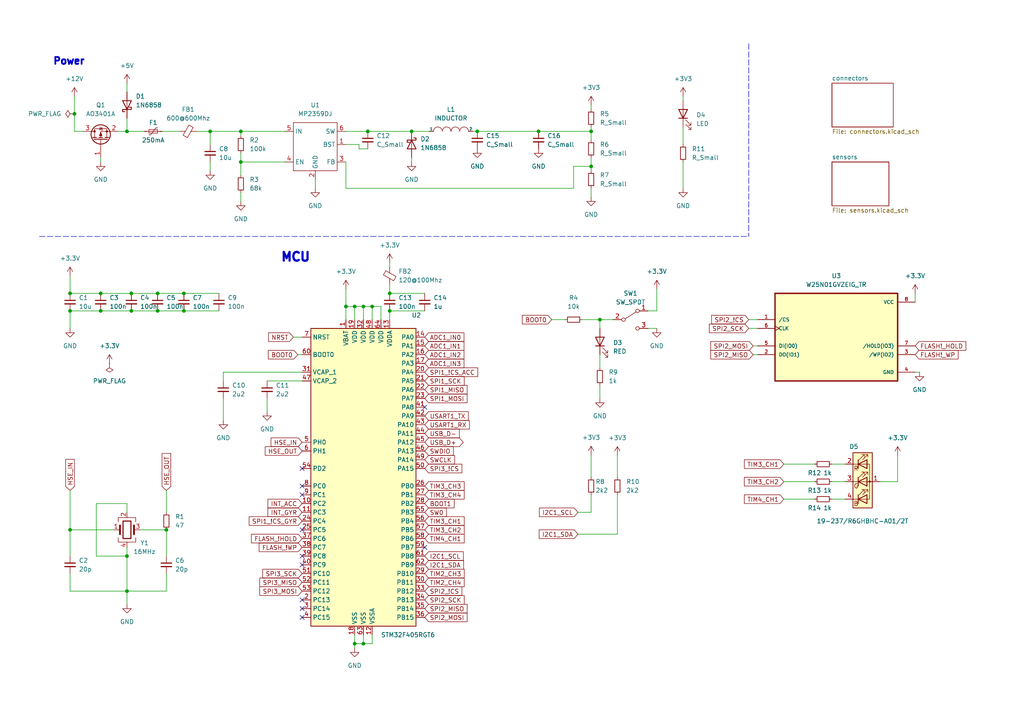
<source format=kicad_sch>
(kicad_sch (version 20211123) (generator eeschema)
  (paper "A4")
  (title_block (title "Stm32f405RGT6") (date "2022-07-19") (rev "1") (company "Amrith Harijayanthan") (comment 1 "Minimal dev board"))
  (lib_symbols
    (symbol "Buck Converter:MP2359DJ"
      (property "Reference" "U" (at -6.35 8.89 0))
      (property "Value" "MP2359DJ" (at 1.27 7.62 0))
      (symbol "MP2359DJ_0_1"
        (rectangle (start -6.35 6.35) (end 6.35 -7.62))
      )
      (symbol "MP2359DJ_1_1"
        (pin input line (at 8.89 0 180) (length 2.54) (name "BST") (number "1"))
        (pin input line (at 0 -10.16 90) (length 2.54) (name "GND") (number "2"))
        (pin input line (at 8.89 -5.08 180) (length 2.54) (name "FB") (number "3"))
        (pin input line (at -8.89 -5.08 0) (length 2.54) (name "EN") (number "4"))
        (pin input line (at -8.89 3.81 0) (length 2.54) (name "IN") (number "5"))
        (pin output line (at 8.89 3.81 180) (length 2.54) (name "SW") (number "6"))
      )
    )
    (symbol "Device:C_Small" (pin_numbers hide) (pin_names (offset 0.254) hide)
      (property "Reference" "C" (at 0.254 1.778 0))
      (property "Value" "C_Small" (at 0.254 -2.032 0))
      (symbol "C_Small_0_1"
        (polyline (pts (xy -1.524 -0.508) (xy 1.524 -0.508)) (stroke (width 0.3302)))
        (polyline (pts (xy -1.524 0.508) (xy 1.524 0.508)) (stroke (width 0.3048)))
      )
      (symbol "C_Small_1_1"
        (pin passive line (at 0 2.54 270) (length 2.032) (name "~") (number "1"))
        (pin passive line (at 0 -2.54 90) (length 2.032) (name "~") (number "2"))
      )
    )
    (symbol "Device:Crystal_GND24" (pin_names (offset 1.016) hide)
      (property "Reference" "Y" (at 3.175 5.08 0))
      (property "Value" "Crystal_GND24" (at 3.175 3.175 0))
      (symbol "Crystal_GND24_0_1"
        (rectangle (start -1.143 2.54) (end 1.143 -2.54) (stroke (width 0.3048)))
        (polyline (pts (xy -2.54 0) (xy -2.032 0)))
        (polyline (pts (xy -2.032 -1.27) (xy -2.032 1.27)) (stroke (width 0.508)))
        (polyline (pts (xy 0 -3.81) (xy 0 -3.556)))
        (polyline (pts (xy 0 3.556) (xy 0 3.81)))
        (polyline (pts (xy 2.032 -1.27) (xy 2.032 1.27)) (stroke (width 0.508)))
        (polyline (pts (xy 2.032 0) (xy 2.54 0)))
        (polyline (pts (xy -2.54 -2.286) (xy -2.54 -3.556) (xy 2.54 -3.556) (xy 2.54 -2.286)))
        (polyline (pts (xy -2.54 2.286) (xy -2.54 3.556) (xy 2.54 3.556) (xy 2.54 2.286)))
      )
      (symbol "Crystal_GND24_1_1"
        (pin passive line (at -3.81 0 0) (length 1.27) (name "1") (number "1"))
        (pin passive line (at 0 5.08 270) (length 1.27) (name "2") (number "2"))
        (pin passive line (at 3.81 0 180) (length 1.27) (name "3") (number "3"))
        (pin passive line (at 0 -5.08 90) (length 1.27) (name "4") (number "4"))
      )
    )
    (symbol "Device:FerriteBead_Small" (pin_numbers hide) (pin_names (offset 0))
      (property "Reference" "FB" (at 1.905 1.27 0))
      (property "Value" "FerriteBead_Small" (at 1.905 -1.27 0))
      (symbol "FerriteBead_Small_0_1"
        (polyline (pts (xy 0 -1.27) (xy 0 -0.7874)))
        (polyline (pts (xy 0 0.889) (xy 0 1.2954)))
        (polyline (pts (xy -1.8288 0.2794) (xy -1.1176 1.4986) (xy 1.8288 -0.2032) (xy 1.1176 -1.4224) (xy -1.8288 0.2794)))
      )
      (symbol "FerriteBead_Small_1_1"
        (pin passive line (at 0 2.54 270) (length 1.27) (name "~") (number "1"))
        (pin passive line (at 0 -2.54 90) (length 1.27) (name "~") (number "2"))
      )
    )
    (symbol "Device:LED" (pin_numbers hide) (pin_names (offset 1.016) hide)
      (property "Reference" "D" (at 0 2.54 0))
      (property "Value" "LED" (at 0 -2.54 0))
      (symbol "LED_0_1"
        (polyline (pts (xy -1.27 -1.27) (xy -1.27 1.27)) (stroke (width 0.254)))
        (polyline (pts (xy -1.27 0) (xy 1.27 0)))
        (polyline (pts (xy 1.27 -1.27) (xy 1.27 1.27) (xy -1.27 0) (xy 1.27 -1.27)) (stroke (width 0.254)))
        (polyline (pts (xy -3.048 -0.762) (xy -4.572 -2.286) (xy -3.81 -2.286) (xy -4.572 -2.286) (xy -4.572 -1.524)))
        (polyline (pts (xy -1.778 -0.762) (xy -3.302 -2.286) (xy -2.54 -2.286) (xy -3.302 -2.286) (xy -3.302 -1.524)))
      )
      (symbol "LED_1_1"
        (pin passive line (at -3.81 0 0) (length 2.54) (name "K") (number "1"))
        (pin passive line (at 3.81 0 180) (length 2.54) (name "A") (number "2"))
      )
    )
    (symbol "Device:LED_ARGB" (pin_names (offset 0) hide)
      (property "Reference" "D" (at 0 9.398 0))
      (property "Value" "LED_ARGB" (at 0 -8.89 0))
      (symbol "LED_ARGB_0_0"
        (text "B" (at -1.905 -6.35 0) (effects (font (size 1.27 1.27))))
        (text "G" (at -1.905 -1.27 0) (effects (font (size 1.27 1.27))))
        (text "R" (at -1.905 3.81 0) (effects (font (size 1.27 1.27))))
      )
      (symbol "LED_ARGB_0_1"
        (polyline (pts (xy -1.27 -5.08) (xy -2.54 -5.08)))
        (polyline (pts (xy -1.27 -5.08) (xy 1.27 -5.08)))
        (polyline (pts (xy -1.27 -3.81) (xy -1.27 -6.35)) (stroke (width 0.254)))
        (polyline (pts (xy -1.27 0) (xy -2.54 0)))
        (polyline (pts (xy -1.27 1.27) (xy -1.27 -1.27)) (stroke (width 0.254)))
        (polyline (pts (xy -1.27 5.08) (xy -2.54 5.08)))
        (polyline (pts (xy -1.27 5.08) (xy 1.27 5.08)))
        (polyline (pts (xy -1.27 6.35) (xy -1.27 3.81)) (stroke (width 0.254)))
        (polyline (pts (xy 1.27 0) (xy -1.27 0)))
        (polyline (pts (xy 1.27 0) (xy 2.54 0)))
        (polyline (pts (xy -1.27 1.27) (xy -1.27 -1.27) (xy -1.27 -1.27)))
        (polyline (pts (xy -1.27 6.35) (xy -1.27 3.81) (xy -1.27 3.81)))
        (polyline (pts (xy 1.27 -5.08) (xy 2.032 -5.08) (xy 2.032 5.08) (xy 1.27 5.08)))
        (polyline (pts (xy 1.27 -3.81) (xy 1.27 -6.35) (xy -1.27 -5.08) (xy 1.27 -3.81)) (stroke (width 0.254)))
        (polyline (pts (xy 1.27 1.27) (xy 1.27 -1.27) (xy -1.27 0) (xy 1.27 1.27)) (stroke (width 0.254)))
        (polyline (pts (xy 1.27 6.35) (xy 1.27 3.81) (xy -1.27 5.08) (xy 1.27 6.35)) (stroke (width 0.254)))
        (polyline (pts (xy -1.016 -3.81) (xy 0.508 -2.286) (xy -0.254 -2.286) (xy 0.508 -2.286) (xy 0.508 -3.048)))
        (polyline (pts (xy -1.016 1.27) (xy 0.508 2.794) (xy -0.254 2.794) (xy 0.508 2.794) (xy 0.508 2.032)))
        (polyline (pts (xy -1.016 6.35) (xy 0.508 7.874) (xy -0.254 7.874) (xy 0.508 7.874) (xy 0.508 7.112)))
        (polyline (pts (xy 0 -3.81) (xy 1.524 -2.286) (xy 0.762 -2.286) (xy 1.524 -2.286) (xy 1.524 -3.048)))
        (polyline (pts (xy 0 1.27) (xy 1.524 2.794) (xy 0.762 2.794) (xy 1.524 2.794) (xy 1.524 2.032)))
        (polyline (pts (xy 0 6.35) (xy 1.524 7.874) (xy 0.762 7.874) (xy 1.524 7.874) (xy 1.524 7.112)))
        (rectangle (start 1.27 -1.27) (end 1.27 1.27))
        (rectangle (start 1.27 1.27) (end 1.27 1.27))
        (rectangle (start 1.27 3.81) (end 1.27 6.35))
        (rectangle (start 1.27 6.35) (end 1.27 6.35))
        (circle (center 2.032 0) (radius 0.254) (fill (type outline)))
        (rectangle (start 2.794 8.382) (end -2.794 -7.62) (stroke (width 0.254)) (fill (type background)))
      )
      (symbol "LED_ARGB_1_1"
        (pin passive line (at 5.08 0 180) (length 2.54) (name "A") (number "1"))
        (pin passive line (at -5.08 5.08 0) (length 2.54) (name "RK") (number "2"))
        (pin passive line (at -5.08 0 0) (length 2.54) (name "GK") (number "3"))
        (pin passive line (at -5.08 -5.08 0) (length 2.54) (name "BK") (number "4"))
      )
    )
    (symbol "Device:Polyfuse_Small" (pin_numbers hide) (pin_names (offset 0))
      (property "Reference" "F" (at -1.905 0 90))
      (property "Value" "Polyfuse_Small" (at 1.905 0 90))
      (symbol "Polyfuse_Small_0_1"
        (rectangle (start -0.508 1.27) (end 0.508 -1.27))
        (polyline (pts (xy 0 2.54) (xy 0 -2.54)))
        (polyline (pts (xy -1.016 1.27) (xy -1.016 0.762) (xy 1.016 -0.762) (xy 1.016 -1.27)))
      )
      (symbol "Polyfuse_Small_1_1"
        (pin passive line (at 0 2.54 270) (length 0.635) (name "~") (number "1"))
        (pin passive line (at 0 -2.54 90) (length 0.635) (name "~") (number "2"))
      )
    )
    (symbol "Device:R_Small" (pin_numbers hide) (pin_names (offset 0.254) hide)
      (property "Reference" "R" (at 0.762 0.508 0))
      (property "Value" "R_Small" (at 0.762 -1.016 0))
      (symbol "R_Small_0_1"
        (rectangle (start -0.762 1.778) (end 0.762 -1.778) (stroke (width 0.2032)))
      )
      (symbol "R_Small_1_1"
        (pin passive line (at 0 2.54 270) (length 0.762) (name "~") (number "1"))
        (pin passive line (at 0 -2.54 90) (length 0.762) (name "~") (number "2"))
      )
    )
    (symbol "Diode:1N6858" (pin_numbers hide) (pin_names (offset 1.016) hide)
      (property "Reference" "D" (at 0 2.54 0))
      (property "Value" "1N6858" (at 0 -2.54 0))
      (symbol "1N6858_0_1"
        (polyline (pts (xy 1.27 0) (xy -1.27 0)))
        (polyline (pts (xy 1.27 1.27) (xy 1.27 -1.27) (xy -1.27 0) (xy 1.27 1.27)) (stroke (width 0.254)))
        (polyline (pts (xy -1.905 0.635) (xy -1.905 1.27) (xy -1.27 1.27) (xy -1.27 -1.27) (xy -0.635 -1.27) (xy -0.635 -0.635)) (stroke (width 0.254)))
      )
      (symbol "1N6858_1_1"
        (pin passive line (at -3.81 0 0) (length 2.54) (name "K") (number "1"))
        (pin passive line (at 3.81 0 180) (length 2.54) (name "A") (number "2"))
      )
    )
    (symbol "MCU_ST_STM32F4:STM32F405RGTx"
      (property "Reference" "U" (at -15.24 44.45 0))
      (property "Value" "STM32F405RGTx" (at 10.16 44.45 0))
      (symbol "STM32F405RGTx_0_1"
        (rectangle (start -15.24 -43.18) (end 15.24 43.18) (stroke (width 0.254)) (fill (type background)))
      )
      (symbol "STM32F405RGTx_1_1"
        (pin power_in line (at -5.08 45.72 270) (length 2.54) (name "VBAT") (number "1"))
        (pin bidirectional line (at -17.78 -7.62 0) (length 2.54) (name "PC2") (number "10"))
        (pin bidirectional line (at -17.78 -10.16 0) (length 2.54) (name "PC3") (number "11"))
        (pin power_in line (at 2.54 -45.72 90) (length 2.54) (name "VSSA") (number "12"))
        (pin power_in line (at 7.62 45.72 270) (length 2.54) (name "VDDA") (number "13"))
        (pin bidirectional line (at 17.78 40.64 180) (length 2.54) (name "PA0") (number "14"))
        (pin bidirectional line (at 17.78 38.1 180) (length 2.54) (name "PA1") (number "15"))
        (pin bidirectional line (at 17.78 35.56 180) (length 2.54) (name "PA2") (number "16"))
        (pin bidirectional line (at 17.78 33.02 180) (length 2.54) (name "PA3") (number "17"))
        (pin power_in line (at -2.54 -45.72 90) (length 2.54) (name "VSS") (number "18"))
        (pin power_in line (at -2.54 45.72 270) (length 2.54) (name "VDD") (number "19"))
        (pin bidirectional line (at -17.78 -35.56 0) (length 2.54) (name "PC13") (number "2"))
        (pin bidirectional line (at 17.78 30.48 180) (length 2.54) (name "PA4") (number "20"))
        (pin bidirectional line (at 17.78 27.94 180) (length 2.54) (name "PA5") (number "21"))
        (pin bidirectional line (at 17.78 25.4 180) (length 2.54) (name "PA6") (number "22"))
        (pin bidirectional line (at 17.78 22.86 180) (length 2.54) (name "PA7") (number "23"))
        (pin bidirectional line (at -17.78 -12.7 0) (length 2.54) (name "PC4") (number "24"))
        (pin bidirectional line (at -17.78 -15.24 0) (length 2.54) (name "PC5") (number "25"))
        (pin bidirectional line (at 17.78 -2.54 180) (length 2.54) (name "PB0") (number "26"))
        (pin bidirectional line (at 17.78 -5.08 180) (length 2.54) (name "PB1") (number "27"))
        (pin bidirectional line (at 17.78 -7.62 180) (length 2.54) (name "PB2") (number "28"))
        (pin bidirectional line (at 17.78 -27.94 180) (length 2.54) (name "PB10") (number "29"))
        (pin bidirectional line (at -17.78 -38.1 0) (length 2.54) (name "PC14") (number "3"))
        (pin bidirectional line (at 17.78 -30.48 180) (length 2.54) (name "PB11") (number "30"))
        (pin power_in line (at -17.78 30.48 0) (length 2.54) (name "VCAP_1") (number "31"))
        (pin power_in line (at 0 45.72 270) (length 2.54) (name "VDD") (number "32"))
        (pin bidirectional line (at 17.78 -33.02 180) (length 2.54) (name "PB12") (number "33"))
        (pin bidirectional line (at 17.78 -35.56 180) (length 2.54) (name "PB13") (number "34"))
        (pin bidirectional line (at 17.78 -38.1 180) (length 2.54) (name "PB14") (number "35"))
        (pin bidirectional line (at 17.78 -40.64 180) (length 2.54) (name "PB15") (number "36"))
        (pin bidirectional line (at -17.78 -17.78 0) (length 2.54) (name "PC6") (number "37"))
        (pin bidirectional line (at -17.78 -20.32 0) (length 2.54) (name "PC7") (number "38"))
        (pin bidirectional line (at -17.78 -22.86 0) (length 2.54) (name "PC8") (number "39"))
        (pin bidirectional line (at -17.78 -40.64 0) (length 2.54) (name "PC15") (number "4"))
        (pin bidirectional line (at -17.78 -25.4 0) (length 2.54) (name "PC9") (number "40"))
        (pin bidirectional line (at 17.78 20.32 180) (length 2.54) (name "PA8") (number "41"))
        (pin bidirectional line (at 17.78 17.78 180) (length 2.54) (name "PA9") (number "42"))
        (pin bidirectional line (at 17.78 15.24 180) (length 2.54) (name "PA10") (number "43"))
        (pin bidirectional line (at 17.78 12.7 180) (length 2.54) (name "PA11") (number "44"))
        (pin bidirectional line (at 17.78 10.16 180) (length 2.54) (name "PA12") (number "45"))
        (pin bidirectional line (at 17.78 7.62 180) (length 2.54) (name "PA13") (number "46"))
        (pin power_in line (at -17.78 27.94 0) (length 2.54) (name "VCAP_2") (number "47"))
        (pin power_in line (at 2.54 45.72 270) (length 2.54) (name "VDD") (number "48"))
        (pin bidirectional line (at 17.78 5.08 180) (length 2.54) (name "PA14") (number "49"))
        (pin input line (at -17.78 10.16 0) (length 2.54) (name "PH0") (number "5"))
        (pin bidirectional line (at 17.78 2.54 180) (length 2.54) (name "PA15") (number "50"))
        (pin bidirectional line (at -17.78 -27.94 0) (length 2.54) (name "PC10") (number "51"))
        (pin bidirectional line (at -17.78 -30.48 0) (length 2.54) (name "PC11") (number "52"))
        (pin bidirectional line (at -17.78 -33.02 0) (length 2.54) (name "PC12") (number "53"))
        (pin bidirectional line (at -17.78 2.54 0) (length 2.54) (name "PD2") (number "54"))
        (pin bidirectional line (at 17.78 -10.16 180) (length 2.54) (name "PB3") (number "55"))
        (pin bidirectional line (at 17.78 -12.7 180) (length 2.54) (name "PB4") (number "56"))
        (pin bidirectional line (at 17.78 -15.24 180) (length 2.54) (name "PB5") (number "57"))
        (pin bidirectional line (at 17.78 -17.78 180) (length 2.54) (name "PB6") (number "58"))
        (pin bidirectional line (at 17.78 -20.32 180) (length 2.54) (name "PB7") (number "59"))
        (pin input line (at -17.78 7.62 0) (length 2.54) (name "PH1") (number "6"))
        (pin input line (at -17.78 35.56 0) (length 2.54) (name "BOOT0") (number "60"))
        (pin bidirectional line (at 17.78 -22.86 180) (length 2.54) (name "PB8") (number "61"))
        (pin bidirectional line (at 17.78 -25.4 180) (length 2.54) (name "PB9") (number "62"))
        (pin power_in line (at 0 -45.72 90) (length 2.54) (name "VSS") (number "63"))
        (pin power_in line (at 5.08 45.72 270) (length 2.54) (name "VDD") (number "64"))
        (pin input line (at -17.78 40.64 0) (length 2.54) (name "NRST") (number "7"))
        (pin bidirectional line (at -17.78 -2.54 0) (length 2.54) (name "PC0") (number "8"))
        (pin bidirectional line (at -17.78 -5.08 0) (length 2.54) (name "PC1") (number "9"))
      )
    )
    (symbol "Switch:SW_SPDT" (pin_names (offset 0) hide)
      (property "Reference" "SW" (at 0 4.318 0))
      (property "Value" "SW_SPDT" (at 0 -5.08 0))
      (symbol "SW_SPDT_0_0"
        (circle (center -2.032 0) (radius 0.508))
        (circle (center 2.032 -2.54) (radius 0.508))
      )
      (symbol "SW_SPDT_0_1"
        (polyline (pts (xy -1.524 0.254) (xy 1.651 2.286)))
        (circle (center 2.032 2.54) (radius 0.508))
      )
      (symbol "SW_SPDT_1_1"
        (pin passive line (at 5.08 2.54 180) (length 2.54) (name "A") (number "1"))
        (pin passive line (at -5.08 0 0) (length 2.54) (name "B") (number "2"))
        (pin passive line (at 5.08 -2.54 180) (length 2.54) (name "C") (number "3"))
      )
    )
    (symbol "Transistor_FET:AO3401A" (pin_names hide)
      (property "Reference" "Q" (at 5.08 1.905 0))
      (property "Value" "AO3401A" (at 5.08 0 0))
      (symbol "AO3401A_0_1"
        (polyline (pts (xy 0.254 0) (xy -2.54 0)))
        (polyline (pts (xy 0.254 1.905) (xy 0.254 -1.905)) (stroke (width 0.254)))
        (polyline (pts (xy 0.762 -1.27) (xy 0.762 -2.286)) (stroke (width 0.254)))
        (polyline (pts (xy 0.762 0.508) (xy 0.762 -0.508)) (stroke (width 0.254)))
        (polyline (pts (xy 0.762 2.286) (xy 0.762 1.27)) (stroke (width 0.254)))
        (polyline (pts (xy 2.54 2.54) (xy 2.54 1.778)))
        (polyline (pts (xy 2.54 -2.54) (xy 2.54 0) (xy 0.762 0)))
        (polyline (pts (xy 0.762 1.778) (xy 3.302 1.778) (xy 3.302 -1.778) (xy 0.762 -1.778)))
        (polyline (pts (xy 2.286 0) (xy 1.27 0.381) (xy 1.27 -0.381) (xy 2.286 0)) (fill (type outline)))
        (polyline (pts (xy 2.794 -0.508) (xy 2.921 -0.381) (xy 3.683 -0.381) (xy 3.81 -0.254)))
        (polyline (pts (xy 3.302 -0.381) (xy 2.921 0.254) (xy 3.683 0.254) (xy 3.302 -0.381)))
        (circle (center 1.651 0) (radius 2.794) (stroke (width 0.254)))
        (circle (center 2.54 -1.778) (radius 0.254) (fill (type outline)))
        (circle (center 2.54 1.778) (radius 0.254) (fill (type outline)))
      )
      (symbol "AO3401A_1_1"
        (pin input line (at -5.08 0 0) (length 2.54) (name "G") (number "1"))
        (pin passive line (at 2.54 -5.08 90) (length 2.54) (name "S") (number "2"))
        (pin passive line (at 2.54 5.08 270) (length 2.54) (name "D") (number "3"))
      )
    )
    (symbol "W25N01GVZEIG_TR:W25N01GVZEIG_TR" (pin_names (offset 1.016))
      (property "Reference" "U" (at -17.78 13.7 0))
      (property "Value" "W25N01GVZEIG_TR" (at -17.78 -16.7 0))
      (symbol "W25N01GVZEIG_TR_0_0"
        (rectangle (start -17.78 -12.7) (end 17.78 12.7) (stroke (width 0.41)) (fill (type background)))
        (pin input line (at -22.86 5.08 0) (length 5.08) (name "/CS") (number "1"))
        (pin bidirectional line (at -22.86 -5.08 0) (length 5.08) (name "DO(IO1)") (number "2"))
        (pin bidirectional line (at 22.86 -5.08 180) (length 5.08) (name "/WP(IO2)") (number "3"))
        (pin power_in line (at 22.86 -10.16 180) (length 5.08) (name "GND") (number "4"))
        (pin bidirectional line (at -22.86 -2.54 0) (length 5.08) (name "DI(IO0)") (number "5"))
        (pin input clock (at -22.86 2.54 0) (length 5.08) (name "CLK") (number "6"))
        (pin bidirectional line (at 22.86 -2.54 180) (length 5.08) (name "/HOLD(IO3)") (number "7"))
        (pin power_in line (at 22.86 10.16 180) (length 5.08) (name "VCC") (number "8"))
      )
    )
    (symbol "power:+12V" (power) (pin_names (offset 0))
      (property "Value" "+12V" (at 0 3.556 0))
      (symbol "+12V_0_1"
        (polyline (pts (xy -0.762 1.27) (xy 0 2.54)))
        (polyline (pts (xy 0 0) (xy 0 2.54)))
        (polyline (pts (xy 0 2.54) (xy 0.762 1.27)))
      )
      (symbol "+12V_1_1"
        (pin power_in line (at 0 0 90) (length 0) hide (name "+12V") (number "1"))
      )
    )
    (symbol "power:+3.3V" (power) (pin_names (offset 0))
      (property "Value" "+3.3V" (at 0 3.556 0))
      (symbol "+3.3V_0_1"
        (polyline (pts (xy -0.762 1.27) (xy 0 2.54)))
        (polyline (pts (xy 0 0) (xy 0 2.54)))
        (polyline (pts (xy 0 2.54) (xy 0.762 1.27)))
      )
      (symbol "+3.3V_1_1"
        (pin power_in line (at 0 0 90) (length 0) hide (name "+3.3V") (number "1"))
      )
    )
    (symbol "power:+3V3" (power) (pin_names (offset 0))
      (property "Value" "+3V3" (at 0 3.556 0))
      (symbol "+3V3_0_1"
        (polyline (pts (xy -0.762 1.27) (xy 0 2.54)))
        (polyline (pts (xy 0 0) (xy 0 2.54)))
        (polyline (pts (xy 0 2.54) (xy 0.762 1.27)))
      )
      (symbol "+3V3_1_1"
        (pin power_in line (at 0 0 90) (length 0) hide (name "+3V3") (number "1"))
      )
    )
    (symbol "power:+5V" (power) (pin_names (offset 0))
      (property "Value" "+5V" (at 0 3.556 0))
      (symbol "+5V_0_1"
        (polyline (pts (xy -0.762 1.27) (xy 0 2.54)))
        (polyline (pts (xy 0 0) (xy 0 2.54)))
        (polyline (pts (xy 0 2.54) (xy 0.762 1.27)))
      )
      (symbol "+5V_1_1"
        (pin power_in line (at 0 0 90) (length 0) hide (name "+5V") (number "1"))
      )
    )
    (symbol "power:GND" (power) (pin_names (offset 0))
      (property "Value" "GND" (at 0 -3.81 0))
      (symbol "GND_0_1"
        (polyline (pts (xy 0 0) (xy 0 -1.27) (xy 1.27 -1.27) (xy 0 -2.54) (xy -1.27 -1.27) (xy 0 -1.27)))
      )
      (symbol "GND_1_1"
        (pin power_in line (at 0 0 270) (length 0) hide (name "GND") (number "1"))
      )
    )
    (symbol "power:PWR_FLAG" (power) (pin_numbers hide) (pin_names (offset 0) hide)
      (property "Value" "PWR_FLAG" (at 0 3.81 0))
      (symbol "PWR_FLAG_0_0"
        (pin power_out line (at 0 0 90) (length 0) (name "pwr") (number "1"))
      )
      (symbol "PWR_FLAG_0_1"
        (polyline (pts (xy 0 0) (xy 0 1.27) (xy -1.016 1.905) (xy 0 2.54) (xy 1.016 1.905) (xy 0 1.27)))
      )
    )
    (symbol "pspice:INDUCTOR" (pin_numbers hide) (pin_names (offset 0))
      (property "Reference" "L" (at 0 2.54 0))
      (property "Value" "INDUCTOR" (at 0 -1.27 0))
      (symbol "INDUCTOR_0_1"
        (arc (start -2.54 0) (mid -3.81 1.27) (end -5.08 0))
        (arc (start 0 0) (mid -1.27 1.27) (end -2.54 0))
        (arc (start 2.54 0) (mid 1.27 1.27) (end 0 0))
        (arc (start 5.08 0) (mid 3.81 1.27) (end 2.54 0))
      )
      (symbol "INDUCTOR_1_1"
        (pin input line (at -6.35 0 0) (length 1.27) (name "1") (number "1"))
        (pin input line (at 6.35 0 180) (length 1.27) (name "2") (number "2"))
      )
    )
  )
  (junction (at 102.87 88.9))
  (junction (at 156.21 38.1))
  (junction (at 21.59 33.02))
  (junction (at 29.21 90.17))
  (junction (at 29.21 85.09))
  (junction (at 20.32 90.17))
  (junction (at 45.72 90.17))
  (junction (at 36.83 161.29))
  (junction (at 138.43 38.1))
  (junction (at 60.96 38.1))
  (junction (at 38.1 85.09))
  (junction (at 36.83 38.1))
  (junction (at 107.95 88.9))
  (junction (at 38.1 90.17))
  (junction (at 48.26 153.67))
  (junction (at 36.83 171.45))
  (junction (at 45.72 85.09))
  (junction (at 105.41 88.9))
  (junction (at 102.87 186.69))
  (junction (at 105.41 186.69))
  (junction (at 53.34 90.17))
  (junction (at 171.45 38.1))
  (junction (at 113.03 85.09))
  (junction (at 106.68 38.1))
  (junction (at 69.85 38.1))
  (junction (at 113.03 90.17))
  (junction (at 20.32 153.67))
  (junction (at 173.99 92.71))
  (junction (at 119.38 38.1))
  (junction (at 20.32 85.09))
  (junction (at 69.85 46.99))
  (junction (at 53.34 85.09))
  (junction (at 100.33 88.9))
  (junction (at 171.45 48.26))
  (no_connect (at 87.63 153.67))
  (no_connect (at 87.63 161.29))
  (no_connect (at 87.63 163.83))
  (no_connect (at 123.19 158.75))
  (no_connect (at 123.19 118.11))
  (no_connect (at 87.63 179.07))
  (no_connect (at 87.63 176.53))
  (no_connect (at 87.63 173.99))
  (no_connect (at 87.63 135.89))
  (no_connect (at 87.63 140.97))
  (no_connect (at 87.63 143.51))
  (wire (pts (xy 173.99 92.71) (xy 173.99 95.25)))
  (wire (pts (xy 113.03 90.17) (xy 113.03 92.71)))
  (wire (pts (xy 69.85 58.42) (xy 69.85 55.88)))
  (wire (pts (xy 119.38 46.99) (xy 119.38 45.72)))
  (wire (pts (xy 20.32 85.09) (xy 29.21 85.09)))
  (wire (pts (xy 171.45 48.26) (xy 171.45 49.53)))
  (wire (pts (xy 190.5 95.25) (xy 187.96 95.25)))
  (wire (pts (xy 137.16 38.1) (xy 138.43 38.1)))
  (wire (pts (xy 21.59 33.02) (xy 21.59 38.1)))
  (wire (pts (xy 33.02 153.67) (xy 20.32 153.67)))
  (wire (pts (xy 171.45 45.72) (xy 171.45 48.26)))
  (wire (pts (xy 36.83 38.1) (xy 34.29 38.1)))
  (wire (pts (xy 53.34 85.09) (xy 63.5 85.09)))
  (wire (pts (xy 190.5 83.82) (xy 190.5 90.17)))
  (wire (pts (xy 100.33 54.61) (xy 166.37 54.61)))
  (wire (pts (xy 198.12 54.61) (xy 198.12 46.99)))
  (wire (pts (xy 266.7 107.95) (xy 265.43 107.95)))
  (wire (pts (xy 29.21 85.09) (xy 38.1 85.09)))
  (wire (pts (xy 265.43 85.09) (xy 265.43 87.63)))
  (wire (pts (xy 107.95 186.69) (xy 105.41 186.69)))
  (wire (pts (xy 102.87 184.15) (xy 102.87 186.69)))
  (wire (pts (xy 48.26 171.45) (xy 48.26 166.37)))
  (wire (pts (xy 217.17 95.25) (xy 219.71 95.25)))
  (wire (pts (xy 173.99 111.76) (xy 173.99 115.57)))
  (wire (pts (xy 227.33 139.7) (xy 236.22 139.7)))
  (wire (pts (xy 102.87 88.9) (xy 100.33 88.9)))
  (wire (pts (xy 46.99 38.1) (xy 52.07 38.1)))
  (wire (pts (xy 260.35 139.7) (xy 255.27 139.7)))
  (wire (pts (xy 227.33 144.78) (xy 236.22 144.78)))
  (wire (pts (xy 20.32 90.17) (xy 20.32 95.25)))
  (wire (pts (xy 69.85 46.99) (xy 82.55 46.99)))
  (wire (pts (xy 190.5 90.17) (xy 187.96 90.17)))
  (wire (pts (xy 29.21 45.72) (xy 29.21 46.99)))
  (wire (pts (xy 29.21 90.17) (xy 38.1 90.17)))
  (wire (pts (xy 218.44 102.87) (xy 219.71 102.87)))
  (wire (pts (xy 86.36 102.87) (xy 87.63 102.87)))
  (wire (pts (xy 260.35 132.08) (xy 260.35 139.7)))
  (wire (pts (xy 241.3 134.62) (xy 245.11 134.62)))
  (wire (pts (xy 57.15 38.1) (xy 60.96 38.1)))
  (wire (pts (xy 105.41 184.15) (xy 105.41 186.69)))
  (wire (pts (xy 36.83 171.45) (xy 36.83 175.26)))
  (wire (pts (xy 48.26 142.24) (xy 48.26 148.59)))
  (wire (pts (xy 179.07 132.08) (xy 179.07 138.43)))
  (wire (pts (xy 85.09 97.79) (xy 87.63 97.79)))
  (wire (pts (xy 20.32 171.45) (xy 36.83 171.45)))
  (wire (pts (xy 171.45 30.48) (xy 171.45 31.75)))
  (wire (pts (xy 27.94 146.05) (xy 27.94 161.29)))
  (wire (pts (xy 77.47 110.49) (xy 87.63 110.49)))
  (wire (pts (xy 100.33 83.82) (xy 100.33 88.9)))
  (wire (pts (xy 64.77 107.95) (xy 64.77 110.49)))
  (wire (pts (xy 171.45 148.59) (xy 171.45 143.51)))
  (wire (pts (xy 105.41 88.9) (xy 102.87 88.9)))
  (wire (pts (xy 36.83 161.29) (xy 36.83 158.75)))
  (wire (pts (xy 166.37 48.26) (xy 171.45 48.26)))
  (wire (pts (xy 107.95 92.71) (xy 107.95 88.9)))
  (wire (pts (xy 36.83 24.13) (xy 36.83 26.67)))
  (wire (pts (xy 106.68 38.1) (xy 119.38 38.1)))
  (wire (pts (xy 53.34 90.17) (xy 63.5 90.17)))
  (wire (pts (xy 171.4488 131.9735) (xy 171.45 138.43)))
  (wire (pts (xy 69.85 44.45) (xy 69.85 46.99)))
  (wire (pts (xy 227.33 134.62) (xy 236.22 134.62)))
  (wire (pts (xy 119.38 38.1) (xy 124.46 38.1)))
  (wire (pts (xy 100.33 41.91) (xy 104.14 41.91)))
  (wire (pts (xy 113.03 82.55) (xy 113.03 85.09)))
  (wire (pts (xy 241.3 139.7) (xy 245.11 139.7)))
  (polyline (pts (xy 11.43 68.58) (xy 217.17 68.58)))
  (wire (pts (xy 107.95 184.15) (xy 107.95 186.69)))
  (wire (pts (xy 27.94 161.29) (xy 36.83 161.29)))
  (wire (pts (xy 87.63 107.95) (xy 64.77 107.95)))
  (wire (pts (xy 179.07 143.51) (xy 179.07 154.94)))
  (wire (pts (xy 45.72 90.17) (xy 53.34 90.17)))
  (wire (pts (xy 100.33 38.1) (xy 106.68 38.1)))
  (wire (pts (xy 100.33 46.99) (xy 100.33 54.61)))
  (wire (pts (xy 20.32 166.37) (xy 20.32 171.45)))
  (wire (pts (xy 38.1 90.17) (xy 45.72 90.17)))
  (wire (pts (xy 104.14 43.18) (xy 106.68 43.18)))
  (wire (pts (xy 100.33 88.9) (xy 100.33 92.71)))
  (wire (pts (xy 21.59 38.1) (xy 24.13 38.1)))
  (wire (pts (xy 69.85 46.99) (xy 69.85 50.8)))
  (wire (pts (xy 64.77 115.57) (xy 64.77 121.92)))
  (wire (pts (xy 38.1 85.09) (xy 45.72 85.09)))
  (wire (pts (xy 138.43 38.1) (xy 156.21 38.1)))
  (wire (pts (xy 40.64 153.67) (xy 48.26 153.67)))
  (wire (pts (xy 69.85 39.37) (xy 69.85 38.1)))
  (wire (pts (xy 36.83 38.1) (xy 41.91 38.1)))
  (wire (pts (xy 113.03 76.2) (xy 113.03 77.47)))
  (wire (pts (xy 60.96 41.91) (xy 60.96 38.1)))
  (wire (pts (xy 60.96 38.1) (xy 69.85 38.1)))
  (wire (pts (xy 171.45 57.15) (xy 171.45 54.61)))
  (wire (pts (xy 110.49 92.71) (xy 110.49 88.9)))
  (wire (pts (xy 102.87 186.69) (xy 102.87 187.96)))
  (wire (pts (xy 104.14 41.91) (xy 104.14 43.18)))
  (wire (pts (xy 48.26 153.67) (xy 48.26 161.29)))
  (wire (pts (xy 171.45 38.1) (xy 156.21 38.1)))
  (wire (pts (xy 105.41 92.71) (xy 105.41 88.9)))
  (wire (pts (xy 105.41 88.9) (xy 107.95 88.9)))
  (wire (pts (xy 69.85 38.1) (xy 82.55 38.1)))
  (wire (pts (xy 198.12 41.91) (xy 198.12 36.83)))
  (wire (pts (xy 20.32 153.67) (xy 20.32 161.29)))
  (wire (pts (xy 60.96 49.53) (xy 60.96 46.99)))
  (wire (pts (xy 173.99 92.71) (xy 177.8 92.71)))
  (wire (pts (xy 198.12 29.21) (xy 198.12 27.94)))
  (polyline (pts (xy 217.17 12.7) (xy 217.17 68.58)))
  (wire (pts (xy 20.32 142.24) (xy 20.32 153.67)))
  (wire (pts (xy 171.45 38.1) (xy 171.45 40.64)))
  (wire (pts (xy 160.02 92.71) (xy 163.83 92.71)))
  (wire (pts (xy 20.32 80.01) (xy 20.32 85.09)))
  (wire (pts (xy 168.91 92.71) (xy 173.99 92.71)))
  (wire (pts (xy 113.03 90.17) (xy 123.19 90.17)))
  (wire (pts (xy 113.03 85.09) (xy 123.19 85.09)))
  (wire (pts (xy 218.44 100.33) (xy 219.71 100.33)))
  (wire (pts (xy 173.99 102.87) (xy 173.99 106.68)))
  (wire (pts (xy 77.47 115.57) (xy 77.47 119.38)))
  (wire (pts (xy 21.59 27.94) (xy 21.59 33.02)))
  (wire (pts (xy 36.83 34.29) (xy 36.83 38.1)))
  (wire (pts (xy 179.07 154.94) (xy 167.64 154.94)))
  (wire (pts (xy 36.83 148.59) (xy 36.83 146.05)))
  (wire (pts (xy 217.17 92.71) (xy 219.71 92.71)))
  (wire (pts (xy 166.37 54.61) (xy 166.37 48.26)))
  (wire (pts (xy 36.83 171.45) (xy 48.26 171.45)))
  (wire (pts (xy 241.3 144.78) (xy 245.11 144.78)))
  (wire (pts (xy 36.83 161.29) (xy 36.83 171.45)))
  (wire (pts (xy 105.41 186.69) (xy 102.87 186.69)))
  (wire (pts (xy 36.83 146.05) (xy 27.94 146.05)))
  (wire (pts (xy 45.72 85.09) (xy 53.34 85.09)))
  (wire (pts (xy 167.64 148.59) (xy 171.45 148.59)))
  (wire (pts (xy 20.32 90.17) (xy 29.21 90.17)))
  (wire (pts (xy 171.45 36.83) (xy 171.45 38.1)))
  (wire (pts (xy 107.95 88.9) (xy 110.49 88.9)))
  (wire (pts (xy 102.87 92.71) (xy 102.87 88.9)))
  (wire (pts (xy 91.44 54.61) (xy 91.44 52.07)))
  (text "MCU" (at 81.28 76.2 0) (effects (font (size 2.54 2.54) (thickness 2.54) bold) (justify left bottom)))
  (text "Power" (at 15.24 19.05 0) (effects (font (size 2 2) (thickness 0.8) bold) (justify left bottom)))
  (global_label "ADC1_IN1" (shape input) (at 123.19 100.33 0) (property "Intersheet References" "${INTERSHEET_REFS}" (effects hide)))
  (global_label "I2C1_SDA" (shape input) (at 167.64 154.94 180) (property "Intersheet References" "${INTERSHEET_REFS}" (effects hide)))
  (global_label "BOOT0" (shape input) (at 86.36 102.87 180) (property "Intersheet References" "${INTERSHEET_REFS}" (effects hide)))
  (global_label "HSE_OUT" (shape input) (at 87.63 130.81 180) (property "Intersheet References" "${INTERSHEET_REFS}" (effects hide)))
  (global_label "TIM2_CH3" (shape input) (at 123.19 166.37 0) (property "Intersheet References" "${INTERSHEET_REFS}" (effects hide)))
  (global_label "SPI3_SCK" (shape input) (at 87.63 166.37 180) (property "Intersheet References" "${INTERSHEET_REFS}" (effects hide)))
  (global_label "USART1_TX" (shape input) (at 123.19 120.65 0) (property "Intersheet References" "${INTERSHEET_REFS}" (effects hide)))
  (global_label "TIM3_CH1" (shape input) (at 123.19 151.13 0) (property "Intersheet References" "${INTERSHEET_REFS}" (effects hide)))
  (global_label "BOOT0" (shape input) (at 160.02 92.71 180) (property "Intersheet References" "${INTERSHEET_REFS}" (effects hide)))
  (global_label "TIM3_CH2" (shape input) (at 123.19 153.67 0) (property "Intersheet References" "${INTERSHEET_REFS}" (effects hide)))
  (global_label "SPI3_MISO" (shape input) (at 87.63 168.91 180) (property "Intersheet References" "${INTERSHEET_REFS}" (effects hide)))
  (global_label "SPI2_MOSI" (shape input) (at 123.19 179.07 0) (property "Intersheet References" "${INTERSHEET_REFS}" (effects hide)))
  (global_label "INT_GYR" (shape input) (at 87.63 148.59 180) (property "Intersheet References" "${INTERSHEET_REFS}" (effects hide)))
  (global_label "SPI1_!CS_ACC" (shape input) (at 123.19 107.95 0) (property "Intersheet References" "${INTERSHEET_REFS}" (effects hide)))
  (global_label "SPI3_MOSI" (shape input) (at 87.63 171.45 180) (property "Intersheet References" "${INTERSHEET_REFS}" (effects hide)))
  (global_label "INT_ACC" (shape input) (at 87.63 146.05 180) (property "Intersheet References" "${INTERSHEET_REFS}" (effects hide)))
  (global_label "SPI3_!CS" (shape input) (at 123.19 135.89 0) (property "Intersheet References" "${INTERSHEET_REFS}" (effects hide)))
  (global_label "SWCLK" (shape input) (at 123.19 133.35 0) (property "Intersheet References" "${INTERSHEET_REFS}" (effects hide)))
  (global_label "I2C1_SDA" (shape input) (at 123.19 163.83 0) (property "Intersheet References" "${INTERSHEET_REFS}" (effects hide)))
  (global_label "SPI2_SCK" (shape input) (at 217.17 95.25 180) (property "Intersheet References" "${INTERSHEET_REFS}" (effects hide)))
  (global_label "USB_D+" (shape tri_state) (at 123.19 128.27 0) (property "Intersheet References" "${INTERSHEET_REFS}" (effects hide)))
  (global_label "SPI2_MISO" (shape input) (at 123.19 176.53 0) (property "Intersheet References" "${INTERSHEET_REFS}" (effects hide)))
  (global_label "HSE_OUT" (shape input) (at 48.26 142.24 90) (property "Intersheet References" "${INTERSHEET_REFS}" (effects hide)))
  (global_label "I2C1_SCL" (shape input) (at 167.64 148.59 180) (property "Intersheet References" "${INTERSHEET_REFS}" (effects hide)))
  (global_label "TIM3_CH1" (shape input) (at 227.33 134.62 180) (property "Intersheet References" "${INTERSHEET_REFS}" (effects hide)))
  (global_label "SPI2_MISO" (shape input) (at 218.44 102.87 180) (property "Intersheet References" "${INTERSHEET_REFS}" (effects hide)))
  (global_label "SW0" (shape input) (at 123.19 148.59 0) (property "Intersheet References" "${INTERSHEET_REFS}" (effects hide)))
  (global_label "TIM4_CH1" (shape input) (at 123.19 156.21 0) (property "Intersheet References" "${INTERSHEET_REFS}" (effects hide)))
  (global_label "FLASH_!HOLD" (shape input) (at 87.63 156.21 180) (property "Intersheet References" "${INTERSHEET_REFS}" (effects hide)))
  (global_label "SPI2_!CS" (shape input) (at 123.19 171.45 0) (property "Intersheet References" "${INTERSHEET_REFS}" (effects hide)))
  (global_label "SPI2_!CS" (shape input) (at 217.17 92.71 180) (property "Intersheet References" "${INTERSHEET_REFS}" (effects hide)))
  (global_label "ADC1_IN0" (shape input) (at 123.19 97.79 0) (property "Intersheet References" "${INTERSHEET_REFS}" (effects hide)))
  (global_label "SPI2_MOSI" (shape input) (at 218.44 100.33 180) (property "Intersheet References" "${INTERSHEET_REFS}" (effects hide)))
  (global_label "SPI1_MOSI" (shape input) (at 123.19 115.57 0) (property "Intersheet References" "${INTERSHEET_REFS}" (effects hide)))
  (global_label "TIM2_CH4" (shape input) (at 123.19 168.91 0) (property "Intersheet References" "${INTERSHEET_REFS}" (effects hide)))
  (global_label "TIM3_CH4" (shape input) (at 123.19 143.51 0) (property "Intersheet References" "${INTERSHEET_REFS}" (effects hide)))
  (global_label "SPI1_MISO" (shape input) (at 123.19 113.03 0) (property "Intersheet References" "${INTERSHEET_REFS}" (effects hide)))
  (global_label "BOOT1" (shape input) (at 123.19 146.05 0) (property "Intersheet References" "${INTERSHEET_REFS}" (effects hide)))
  (global_label "ADC1_IN2" (shape input) (at 123.19 102.87 0) (property "Intersheet References" "${INTERSHEET_REFS}" (effects hide)))
  (global_label "NRST" (shape input) (at 85.09 97.79 180) (property "Intersheet References" "${INTERSHEET_REFS}" (effects hide)))
  (global_label "HSE_IN" (shape input) (at 20.32 142.24 90) (property "Intersheet References" "${INTERSHEET_REFS}" (effects hide)))
  (global_label "FLASH!_HOLD" (shape input) (at 265.43 100.33 0) (property "Intersheet References" "${INTERSHEET_REFS}" (effects hide)))
  (global_label "HSE_IN" (shape input) (at 87.63 128.27 180) (property "Intersheet References" "${INTERSHEET_REFS}" (effects hide)))
  (global_label "SPI1_!CS_GYR" (shape input) (at 87.63 151.13 180) (property "Intersheet References" "${INTERSHEET_REFS}" (effects hide)))
  (global_label "I2C1_SCL" (shape input) (at 123.19 161.29 0) (property "Intersheet References" "${INTERSHEET_REFS}" (effects hide)))
  (global_label "TIM4_CH1" (shape input) (at 227.33 144.78 180) (property "Intersheet References" "${INTERSHEET_REFS}" (effects hide)))
  (global_label "TIM3_CH2" (shape input) (at 227.33 139.7 180) (property "Intersheet References" "${INTERSHEET_REFS}" (effects hide)))
  (global_label "ADC1_IN3" (shape input) (at 123.19 105.41 0) (property "Intersheet References" "${INTERSHEET_REFS}" (effects hide)))
  (global_label "SWDIO" (shape input) (at 123.19 130.81 0) (property "Intersheet References" "${INTERSHEET_REFS}" (effects hide)))
  (global_label "USB_D-" (shape input) (at 123.19 125.73 0) (property "Intersheet References" "${INTERSHEET_REFS}" (effects hide)))
  (global_label "SPI1_SCK" (shape input) (at 123.19 110.49 0) (property "Intersheet References" "${INTERSHEET_REFS}" (effects hide)))
  (global_label "SPI2_SCK" (shape input) (at 123.19 173.99 0) (property "Intersheet References" "${INTERSHEET_REFS}" (effects hide)))
  (global_label "FLASH_!WP" (shape input) (at 87.63 158.75 180) (property "Intersheet References" "${INTERSHEET_REFS}" (effects hide)))
  (global_label "TIM3_CH3" (shape input) (at 123.19 140.97 0) (property "Intersheet References" "${INTERSHEET_REFS}" (effects hide)))
  (global_label "FLASH!_WP" (shape input) (at 265.43 102.87 0) (property "Intersheet References" "${INTERSHEET_REFS}" (effects hide)))
  (global_label "USART1_RX" (shape input) (at 123.19 123.19 0) (property "Intersheet References" "${INTERSHEET_REFS}" (effects hide)))
  (symbol (lib_id "power:+3.3V") (at 100.33 83.82 0) (unit 1)
    (property "Reference" "#PWR012" (effects hide))
    (property "Value" "+3.3V" (at 100.33 78.74 0))
  )
  (symbol (lib_id "power:+3.3V") (at 31.75 105.41 0) (unit 1)
    (property "Reference" "#PWR0102" (effects hide))
    (property "Value" "+3.3V" (at 31.75 100.33 0))
  )
  (symbol (lib_id "Device:Crystal_GND24") (at 36.83 153.67 0) (unit 1)
    (property "Reference" "Y1" (at 41.91 157.48 0))
    (property "Value" "16MHz" (at 41.91 160.02 0))
  )
  (symbol (lib_id "power:+5V") (at 36.83 24.13 0) (unit 1)
    (property "Reference" "#PWR05" (effects hide))
    (property "Value" "+5V" (at 36.83 19.05 0))
  )
  (symbol (lib_id "Device:LED_ARGB") (at 250.19 139.7 0) (unit 1)
    (property "Reference" "D5" (at 247.65 129.54 0))
    (property "Value" "19-237/R6GHBHC-A01/2T" (at 250.19 151.13 0))
  )
  (symbol (lib_id "Device:C_Small") (at 123.19 87.63 0) (unit 1)
    (property "Reference" "C14" (at 125.73 86.3662 0) (effects (justify left)))
    (property "Value" "1u" (at 125.73 88.9062 0) (effects (justify left)))
  )
  (symbol (lib_id "Device:C_Small") (at 63.5 87.63 0) (unit 1)
    (property "Reference" "C9" (at 66.04 86.3662 0) (effects (justify left)))
    (property "Value" "100n" (at 66.04 88.9062 0) (effects (justify left)))
  )
  (symbol (lib_id "Device:C_Small") (at 77.47 113.03 0) (unit 1)
    (property "Reference" "C11" (at 80.01 111.7662 0) (effects (justify left)))
    (property "Value" "2u2" (at 80.01 114.3062 0) (effects (justify left)))
  )
  (symbol (lib_id "Diode:1N6858") (at 36.83 30.48 90) (unit 1)
    (property "Reference" "D1" (at 39.37 27.94 90) (effects (justify right)))
    (property "Value" "1N6858" (at 39.37 30.48 90) (effects (justify right)))
    (property "Footprint" "Diode_THT:D_DO-35_SOD27_P7.62mm_Horizontal" (effects hide))
    (property "Datasheet" "https://www.microsemi.com/document-portal/doc_download/8865-lds-0040-datasheet" (effects hide))
  )
  (symbol (lib_id "power:PWR_FLAG") (at 31.75 105.41 180) (unit 1)
    (property "Reference" "#FLG0104" (effects hide))
    (property "Value" "PWR_FLAG" (at 31.75 110.49 0))
  )
  (symbol (lib_id "power:GND") (at 190.5 95.25 0) (unit 1)
    (property "Reference" "#PWR024" (effects hide))
    (property "Value" "GND" (at 190.5 100.33 0))
  )
  (symbol (lib_id "Switch:SW_SPDT") (at 182.88 92.71 0) (unit 1)
    (property "Reference" "SW1" (at 182.88 85.09 0))
    (property "Value" "SW_SPDT" (at 182.88 87.63 0))
  )
  (symbol (lib_id "power:GND") (at 64.77 121.92 0) (unit 1)
    (property "Reference" "#PWR08" (effects hide))
    (property "Value" "GND" (at 64.77 127 0))
  )
  (symbol (lib_id "Device:C_Small") (at 106.68 40.64 0) (unit 1)
    (property "Reference" "C12" (at 109.22 39.3762 0) (effects (justify left)))
    (property "Value" "C_Small" (at 109.22 41.9162 0) (effects (justify left)))
  )
  (symbol (lib_id "power:GND") (at 138.43 43.18 0) (unit 1)
    (property "Reference" "#PWR016" (effects hide))
    (property "Value" "GND" (at 138.43 48.26 0))
  )
  (symbol (lib_id "Device:FerriteBead_Small") (at 54.61 38.1 90) (unit 1)
    (property "Reference" "FB1" (at 54.5719 31.75 90))
    (property "Value" "600@600Mhz" (at 54.61 34.29 90))
  )
  (symbol (lib_id "power:GND") (at 156.21 43.18 0) (unit 1)
    (property "Reference" "#PWR017" (effects hide))
    (property "Value" "GND" (at 156.21 48.26 0))
  )
  (symbol (lib_id "Device:R_Small") (at 238.76 139.7 270) (unit 1)
    (property "Reference" "R13" (at 236.22 142.24 90))
    (property "Value" "1k" (at 240.03 142.24 90))
  )
  (symbol (lib_id "Device:R_Small") (at 171.45 43.18 0) (unit 1)
    (property "Reference" "R6" (at 173.99 41.9099 0) (effects (justify left)))
    (property "Value" "R_Small" (at 173.99 44.4499 0) (effects (justify left)))
  )
  (symbol (lib_id "Device:R_Small") (at 171.45 140.97 0) (unit 1)
    (property "Reference" "R8" (at 172.72 139.7 0) (effects (justify left)))
    (property "Value" "2k2" (at 172.72 142.24 0) (effects (justify left)))
  )
  (symbol (lib_id "Device:C_Small") (at 53.34 87.63 0) (unit 1)
    (property "Reference" "C7" (at 55.88 86.3662 0) (effects (justify left)))
    (property "Value" "100n" (at 55.88 88.9062 0) (effects (justify left)))
  )
  (symbol (lib_id "power:GND") (at 91.44 54.61 0) (unit 1)
    (property "Reference" "#PWR011" (effects hide))
    (property "Value" "GND" (at 91.44 59.69 0))
  )
  (symbol (lib_id "power:+3V3") (at 198.12 27.94 0) (unit 1)
    (property "Reference" "#PWR025" (effects hide))
    (property "Value" "+3V3" (at 198.12 22.86 0))
  )
  (symbol (lib_id "Device:C_Small") (at 138.43 40.64 0) (unit 1)
    (property "Reference" "C15" (at 140.97 39.3762 0) (effects (justify left)))
    (property "Value" "C_Small" (at 140.97 41.9162 0) (effects (justify left)))
  )
  (symbol (lib_id "Device:R_Small") (at 179.07 140.97 0) (unit 1)
    (property "Reference" "R10" (at 181.61 139.6999 0) (effects (justify left)))
    (property "Value" "2k2" (at 181.61 142.24 0) (effects (justify left)))
  )
  (symbol (lib_id "Device:Polyfuse_Small") (at 44.45 38.1 90) (unit 1)
    (property "Reference" "F1" (at 44.45 35.56 90))
    (property "Value" "250mA" (at 44.45 40.64 90))
  )
  (symbol (lib_id "Device:C_Small") (at 38.1 87.63 0) (unit 1)
    (property "Reference" "C4" (at 40.64 86.3662 0) (effects (justify left)))
    (property "Value" "100n" (at 40.64 88.9062 0) (effects (justify left)))
  )
  (symbol (lib_id "Device:R_Small") (at 171.45 34.29 0) (unit 1)
    (property "Reference" "R5" (at 173.99 33.0199 0) (effects (justify left)))
    (property "Value" "R_Small" (at 173.99 35.5599 0) (effects (justify left)))
  )
  (symbol (lib_id "pspice:INDUCTOR") (at 130.81 38.1 0) (unit 1)
    (property "Reference" "L1" (at 130.81 31.75 0))
    (property "Value" "INDUCTOR" (at 130.81 34.29 0))
  )
  (symbol (lib_id "Device:FerriteBead_Small") (at 113.03 80.01 0) (unit 1)
    (property "Reference" "FB2" (at 115.57 78.7018 0) (effects (justify left)))
    (property "Value" "120@100Mhz" (at 115.57 81.2418 0) (effects (justify left)))
  )
  (symbol (lib_id "power:+3.3V") (at 190.5 83.82 0) (unit 1)
    (property "Reference" "#PWR023" (effects hide))
    (property "Value" "+3.3V" (at 190.5 78.74 0))
  )
  (symbol (lib_id "power:+3.3V") (at 20.32 80.01 0) (unit 1)
    (property "Reference" "#PWR01" (effects hide))
    (property "Value" "+3.3V" (at 20.32 74.93 0))
  )
  (symbol (lib_id "power:+3V3") (at 171.45 30.48 0) (unit 1)
    (property "Reference" "#PWR019" (effects hide))
    (property "Value" "+3V3" (at 171.45 25.4 0))
  )
  (symbol (lib_id "Device:LED") (at 173.99 99.06 90) (unit 1)
    (property "Reference" "D3" (at 177.8 99.3774 90) (effects (justify right)))
    (property "Value" "RED" (at 177.8 101.9174 90) (effects (justify right)))
  )
  (symbol (lib_id "power:+3.3V") (at 265.43 85.09 0) (unit 1)
    (property "Reference" "#PWR028" (effects hide))
    (property "Value" "+3.3V" (at 265.43 80.01 0))
  )
  (symbol (lib_id "power:+12V") (at 21.59 27.94 0) (unit 1)
    (property "Reference" "#PWR03" (effects hide))
    (property "Value" "+12V" (at 21.59 22.86 0))
  )
  (symbol (lib_id "power:GND") (at 119.38 46.99 0) (unit 1)
    (property "Reference" "#PWR015" (effects hide))
    (property "Value" "GND" (at 119.38 52.07 0))
  )
  (symbol (lib_id "Device:R_Small") (at 69.85 41.91 0) (unit 1)
    (property "Reference" "R2" (at 72.39 40.6399 0) (effects (justify left)))
    (property "Value" "100k" (at 72.39 43.1799 0) (effects (justify left)))
  )
  (symbol (lib_id "Device:C_Small") (at 113.03 87.63 0) (unit 1)
    (property "Reference" "C13" (at 115.57 86.3662 0) (effects (justify left)))
    (property "Value" "100n" (at 115.57 88.9062 0) (effects (justify left)))
  )
  (symbol (lib_id "power:+3.3V") (at 113.03 76.2 0) (unit 1)
    (property "Reference" "#PWR014" (effects hide))
    (property "Value" "+3.3V" (at 113.03 71.12 0))
  )
  (symbol (lib_id "power:GND") (at 77.47 119.38 0) (unit 1)
    (property "Reference" "#PWR010" (effects hide))
    (property "Value" "GND" (at 77.47 124.46 0))
  )
  (symbol (lib_id "Device:C_Small") (at 45.72 87.63 0) (unit 1)
    (property "Reference" "C5" (at 48.26 86.3662 0) (effects (justify left)))
    (property "Value" "100n" (at 48.26 88.9062 0) (effects (justify left)))
  )
  (symbol (lib_id "power:GND") (at 60.96 49.53 0) (unit 1)
    (property "Reference" "#PWR07" (effects hide))
    (property "Value" "GND" (at 60.96 54.61 0))
  )
  (symbol (lib_id "Transistor_FET:AO3401A") (at 29.21 40.64 90) (unit 1)
    (property "Reference" "Q1" (at 29.21 30.48 90))
    (property "Value" "AO3401A" (at 29.21 33.02 90))
    (property "Footprint" "Package_TO_SOT_SMD:SOT-23" (effects hide))
    (property "Datasheet" "http://www.aosmd.com/pdfs/datasheet/AO3401A.pdf" (effects hide))
  )
  (symbol (lib_id "Device:C_Small") (at 64.77 113.03 0) (unit 1)
    (property "Reference" "C10" (at 67.31 111.7662 0) (effects (justify left)))
    (property "Value" "2u2" (at 67.31 114.3062 0) (effects (justify left)))
  )
  (symbol (lib_id "Device:C_Small") (at 20.32 163.83 0) (unit 1)
    (property "Reference" "C2" (at 22.86 162.5662 0) (effects (justify left)))
    (property "Value" "20p" (at 22.86 165.1062 0) (effects (justify left)))
  )
  (symbol (lib_id "power:+3V3") (at 179.07 132.08 0) (unit 1)
    (property "Reference" "#PWR022" (effects hide))
    (property "Value" "+3V3" (at 179.07 127 0))
  )
  (symbol (lib_id "Device:R_Small") (at 171.45 52.07 0) (unit 1)
    (property "Reference" "R7" (at 173.99 50.7999 0) (effects (justify left)))
    (property "Value" "R_Small" (at 173.99 53.3399 0) (effects (justify left)))
  )
  (symbol (lib_id "W25N01GVZEIG_TR:W25N01GVZEIG_TR") (at 242.57 97.79 0) (unit 1)
    (property "Reference" "U3" (at 242.57 80.01 0))
    (property "Value" "W25N01GVZEIG_TR" (at 242.57 82.55 0))
    (property "Footprint" "SON127P800X600X80-9N" (effects hide))
    (property "DESCRIPTION" "Ic Flash 1gbit 104mhz 8wson" (effects hide))
    (property "STANDARD" "IPC7351B" (effects hide))
    (property "MANUFACTURER" "Winbond Electronics" (effects hide))
    (property "MP" "W25N01GVZEIG TR" (effects hide))
    (property "PACKAGE" "WSON-8 Winbond" (effects hide))
    (property "PRICE" "None" (effects hide))
  )
  (symbol (lib_id "Device:C_Small") (at 48.26 163.83 0) (unit 1)
    (property "Reference" "C6" (at 50.8 162.5662 0) (effects (justify left)))
    (property "Value" "20p" (at 50.8 165.1062 0) (effects (justify left)))
  )
  (symbol (lib_id "Device:C_Small") (at 60.96 44.45 0) (unit 1)
    (property "Reference" "C8" (at 63.5 43.1862 0) (effects (justify left)))
    (property "Value" "10u" (at 63.5 45.7262 0) (effects (justify left)))
  )
  (symbol (lib_id "Device:R_Small") (at 166.37 92.71 90) (unit 1)
    (property "Reference" "R4" (at 166.37 86.36 90))
    (property "Value" "10k" (at 166.37 88.9 90))
  )
  (symbol (lib_id "Device:R_Small") (at 69.85 53.34 0) (unit 1)
    (property "Reference" "R3" (at 72.39 52.0699 0) (effects (justify left)))
    (property "Value" "68k" (at 72.39 54.6099 0) (effects (justify left)))
  )
  (symbol (lib_id "power:GND") (at 29.21 46.99 0) (unit 1)
    (property "Reference" "#PWR04" (effects hide))
    (property "Value" "GND" (at 29.21 52.07 0))
  )
  (symbol (lib_id "Device:R_Small") (at 173.99 109.22 0) (unit 1)
    (property "Reference" "R9" (at 176.53 107.9499 0) (effects (justify left)))
    (property "Value" "1k" (at 176.53 110.4899 0) (effects (justify left)))
  )
  (symbol (lib_id "MCU_ST_STM32F4:STM32F405RGTx") (at 105.41 138.43 0) (unit 1)
    (property "Reference" "U2" (at 119.38 91.44 0) (effects (justify left)))
    (property "Value" "STM32F405RGT6" (at 110.49 184.15 0) (effects (justify left)))
    (property "Footprint" "Package_QFP:LQFP-64_10x10mm_P0.5mm" (effects hide))
    (property "Datasheet" "http://www.st.com/st-web-ui/static/active/en/resource/technical/document/datasheet/DM00037051.pdf" (effects hide))
  )
  (symbol (lib_id "Device:R_Small") (at 238.76 144.78 270) (unit 1)
    (property "Reference" "R14" (at 236.22 147.32 90))
    (property "Value" "1k" (at 240.03 147.32 90))
  )
  (symbol (lib_id "power:+3.3V") (at 260.35 132.08 0) (unit 1)
    (property "Reference" "#PWR027" (effects hide))
    (property "Value" "+3.3V" (at 260.35 127 0))
  )
  (symbol (lib_id "power:GND") (at 69.85 58.42 0) (unit 1)
    (property "Reference" "#PWR09" (effects hide))
    (property "Value" "GND" (at 69.85 63.5 0))
  )
  (symbol (lib_id "Device:C_Small") (at 156.21 40.64 0) (unit 1)
    (property "Reference" "C16" (at 158.75 39.3762 0) (effects (justify left)))
    (property "Value" "C_Small" (at 158.75 41.9162 0) (effects (justify left)))
  )
  (symbol (lib_id "Diode:1N6858") (at 119.38 41.91 270) (unit 1)
    (property "Reference" "D2" (at 121.92 40.3224 90) (effects (justify left)))
    (property "Value" "1N6858" (at 121.92 42.8624 90) (effects (justify left)))
    (property "Footprint" "Diode_THT:D_DO-35_SOD27_P7.62mm_Horizontal" (effects hide))
    (property "Datasheet" "https://www.microsemi.com/document-portal/doc_download/8865-lds-0040-datasheet" (effects hide))
  )
  (symbol (lib_id "power:+3V3") (at 171.4488 131.9735 0) (unit 1)
    (property "Reference" "#PWR018" (effects hide))
    (property "Value" "+3V3" (at 171.4488 126.8935 0))
  )
  (symbol (lib_id "power:GND") (at 20.32 95.25 0) (unit 1)
    (property "Reference" "#PWR02" (effects hide))
    (property "Value" "GND" (at 20.32 100.33 0))
  )
  (symbol (lib_id "Buck Converter:MP2359DJ") (at 91.44 41.91 0) (unit 1)
    (property "Reference" "U1" (at 91.44 30.48 0))
    (property "Value" "MP2359DJ" (at 91.44 33.02 0))
  )
  (symbol (lib_id "power:GND") (at 36.83 175.26 0) (unit 1)
    (property "Reference" "#PWR06" (effects hide))
    (property "Value" "GND" (at 36.83 180.34 0))
  )
  (symbol (lib_id "Device:C_Small") (at 29.21 87.63 0) (unit 1)
    (property "Reference" "C3" (at 31.75 86.3662 0) (effects (justify left)))
    (property "Value" "100n" (at 31.75 88.9062 0) (effects (justify left)))
  )
  (symbol (lib_id "power:GND") (at 266.7 107.95 0) (unit 1)
    (property "Reference" "#PWR029" (effects hide))
    (property "Value" "GND" (at 266.7 113.03 0))
  )
  (symbol (lib_id "Device:LED") (at 198.12 33.02 90) (unit 1)
    (property "Reference" "D4" (at 201.93 33.3374 90) (effects (justify right)))
    (property "Value" "LED" (at 201.93 35.8774 90) (effects (justify right)))
  )
  (symbol (lib_id "Device:R_Small") (at 198.12 44.45 0) (unit 1)
    (property "Reference" "R11" (at 200.66 43.1799 0) (effects (justify left)))
    (property "Value" "R_Small" (at 200.66 45.7199 0) (effects (justify left)))
  )
  (symbol (lib_id "Device:C_Small") (at 20.32 87.63 0) (unit 1)
    (property "Reference" "C1" (at 22.86 86.3662 0) (effects (justify left)))
    (property "Value" "10u" (at 22.86 88.9062 0) (effects (justify left)))
  )
  (symbol (lib_id "Device:R_Small") (at 48.26 151.13 0) (unit 1)
    (property "Reference" "R1" (at 50.8 149.8599 0) (effects (justify left)))
    (property "Value" "47" (at 50.8 152.3999 0) (effects (justify left)))
  )
  (symbol (lib_id "Device:R_Small") (at 238.76 134.62 270) (unit 1)
    (property "Reference" "R12" (at 236.22 137.16 90))
    (property "Value" "1k" (at 240.03 137.16 90))
  )
  (symbol (lib_id "power:GND") (at 102.87 187.96 0) (unit 1)
    (property "Reference" "#PWR013" (effects hide))
    (property "Value" "GND" (at 102.87 193.04 0))
  )
  (symbol (lib_id "power:GND") (at 198.12 54.61 0) (unit 1)
    (property "Reference" "#PWR026" (effects hide))
    (property "Value" "GND" (at 198.12 59.69 0))
  )
  (symbol (lib_id "power:PWR_FLAG") (at 21.59 33.02 90) (unit 1)
    (property "Reference" "#FLG0103" (effects hide))
    (property "Value" "PWR_FLAG" (at 17.78 33.0199 90) (effects (justify left)))
  )
  (symbol (lib_id "power:GND") (at 171.45 57.15 0) (unit 1)
    (property "Reference" "#PWR020" (effects hide))
    (property "Value" "GND" (at 171.45 62.23 0))
  )
  (symbol (lib_id "power:GND") (at 173.99 115.57 0) (unit 1)
    (property "Reference" "#PWR021" (effects hide))
    (property "Value" "GND" (at 173.99 120.65 0))
  )
  (sheet (at 241.3 46.99) (size 16.51 12.7) (stroke (width 0.1524))
    (property "Sheet name" "sensors" (at 241.3 46.2784 0) (effects (justify left bottom)))
    (property "Sheet file" "sensors.kicad_sch" (at 241.3 60.2746 0) (effects (justify left top)))
  )
  (sheet (at 241.3 24.13) (size 17.78 12.7) (stroke (width 0.1524))
    (property "Sheet name" "connectors" (at 241.3 23.4184 0) (effects (justify left bottom)))
    (property "Sheet file" "connectors.kicad_sch" (at 241.3 37.4146 0) (effects (justify left top)))
  )
)
</source>
